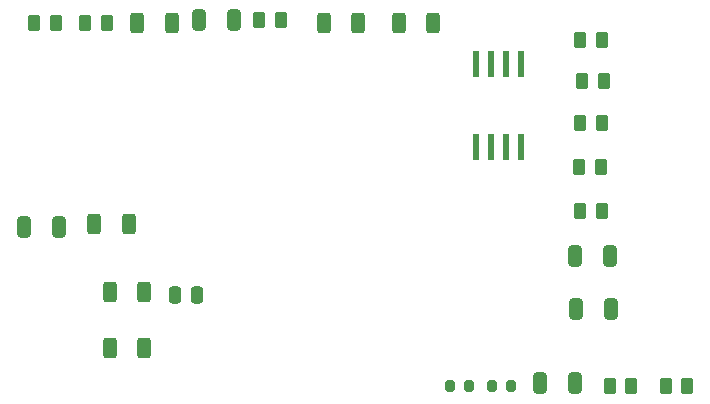
<source format=gbr>
%TF.GenerationSoftware,KiCad,Pcbnew,8.0.7*%
%TF.CreationDate,2025-04-03T15:21:43+05:30*%
%TF.ProjectId,Esdp,45736470-2e6b-4696-9361-645f70636258,rev?*%
%TF.SameCoordinates,Original*%
%TF.FileFunction,Paste,Top*%
%TF.FilePolarity,Positive*%
%FSLAX46Y46*%
G04 Gerber Fmt 4.6, Leading zero omitted, Abs format (unit mm)*
G04 Created by KiCad (PCBNEW 8.0.7) date 2025-04-03 15:21:43*
%MOMM*%
%LPD*%
G01*
G04 APERTURE LIST*
G04 Aperture macros list*
%AMRoundRect*
0 Rectangle with rounded corners*
0 $1 Rounding radius*
0 $2 $3 $4 $5 $6 $7 $8 $9 X,Y pos of 4 corners*
0 Add a 4 corners polygon primitive as box body*
4,1,4,$2,$3,$4,$5,$6,$7,$8,$9,$2,$3,0*
0 Add four circle primitives for the rounded corners*
1,1,$1+$1,$2,$3*
1,1,$1+$1,$4,$5*
1,1,$1+$1,$6,$7*
1,1,$1+$1,$8,$9*
0 Add four rect primitives between the rounded corners*
20,1,$1+$1,$2,$3,$4,$5,0*
20,1,$1+$1,$4,$5,$6,$7,0*
20,1,$1+$1,$6,$7,$8,$9,0*
20,1,$1+$1,$8,$9,$2,$3,0*%
G04 Aperture macros list end*
%ADD10RoundRect,0.250000X-0.262500X-0.450000X0.262500X-0.450000X0.262500X0.450000X-0.262500X0.450000X0*%
%ADD11R,0.600000X2.200000*%
%ADD12RoundRect,0.250000X0.325000X0.650000X-0.325000X0.650000X-0.325000X-0.650000X0.325000X-0.650000X0*%
%ADD13RoundRect,0.250000X-0.325000X-0.650000X0.325000X-0.650000X0.325000X0.650000X-0.325000X0.650000X0*%
%ADD14RoundRect,0.250000X-0.312500X-0.625000X0.312500X-0.625000X0.312500X0.625000X-0.312500X0.625000X0*%
%ADD15RoundRect,0.250000X0.312500X0.625000X-0.312500X0.625000X-0.312500X-0.625000X0.312500X-0.625000X0*%
%ADD16RoundRect,0.250000X-0.250000X-0.475000X0.250000X-0.475000X0.250000X0.475000X-0.250000X0.475000X0*%
%ADD17RoundRect,0.200000X0.200000X0.275000X-0.200000X0.275000X-0.200000X-0.275000X0.200000X-0.275000X0*%
%ADD18RoundRect,0.250000X0.262500X0.450000X-0.262500X0.450000X-0.262500X-0.450000X0.262500X-0.450000X0*%
%ADD19RoundRect,0.200000X-0.200000X-0.275000X0.200000X-0.275000X0.200000X0.275000X-0.200000X0.275000X0*%
G04 APERTURE END LIST*
D10*
%TO.C,R13*%
X126175000Y-95690000D03*
X128000000Y-95690000D03*
%TD*%
D11*
%TO.C,IC1*%
X117345000Y-90250000D03*
X118615000Y-90250000D03*
X119885000Y-90250000D03*
X121155000Y-90250000D03*
X121155000Y-83250000D03*
X119885000Y-83250000D03*
X118615000Y-83250000D03*
X117345000Y-83250000D03*
%TD*%
D12*
%TO.C,C6*%
X96837500Y-79500000D03*
X93887500Y-79500000D03*
%TD*%
D13*
%TO.C,C3*%
X125800000Y-104000000D03*
X128750000Y-104000000D03*
%TD*%
D10*
%TO.C,R19*%
X84262500Y-79750000D03*
X86087500Y-79750000D03*
%TD*%
D14*
%TO.C,R18*%
X88662500Y-79750000D03*
X91587500Y-79750000D03*
%TD*%
D15*
%TO.C,R1*%
X89250000Y-102500000D03*
X86325000Y-102500000D03*
%TD*%
D10*
%TO.C,R10*%
X126175000Y-88190000D03*
X128000000Y-88190000D03*
%TD*%
%TO.C,R12*%
X126087500Y-91940000D03*
X127912500Y-91940000D03*
%TD*%
D14*
%TO.C,R16*%
X104462500Y-79750000D03*
X107387500Y-79750000D03*
%TD*%
D16*
%TO.C,C4*%
X91850000Y-102750000D03*
X93750000Y-102750000D03*
%TD*%
D13*
%TO.C,C5*%
X122775000Y-110250000D03*
X125725000Y-110250000D03*
%TD*%
D15*
%TO.C,R14*%
X113712500Y-79750000D03*
X110787500Y-79750000D03*
%TD*%
D17*
%TO.C,R4*%
X116750000Y-110500000D03*
X115100000Y-110500000D03*
%TD*%
D15*
%TO.C,R8*%
X87962500Y-96750000D03*
X85037500Y-96750000D03*
%TD*%
D10*
%TO.C,R9*%
X126175000Y-81190000D03*
X128000000Y-81190000D03*
%TD*%
D12*
%TO.C,C2*%
X82000000Y-97000000D03*
X79050000Y-97000000D03*
%TD*%
D18*
%TO.C,R17*%
X100837500Y-79500000D03*
X99012500Y-79500000D03*
%TD*%
D10*
%TO.C,R11*%
X126337500Y-84690000D03*
X128162500Y-84690000D03*
%TD*%
%TO.C,R7*%
X128675000Y-110500000D03*
X130500000Y-110500000D03*
%TD*%
D13*
%TO.C,C1*%
X125750000Y-99500000D03*
X128700000Y-99500000D03*
%TD*%
D19*
%TO.C,R5*%
X118675000Y-110500000D03*
X120325000Y-110500000D03*
%TD*%
D10*
%TO.C,R6*%
X133425000Y-110500000D03*
X135250000Y-110500000D03*
%TD*%
D14*
%TO.C,R2*%
X86325000Y-107250000D03*
X89250000Y-107250000D03*
%TD*%
D10*
%TO.C,R15*%
X79925000Y-79750000D03*
X81750000Y-79750000D03*
%TD*%
M02*

</source>
